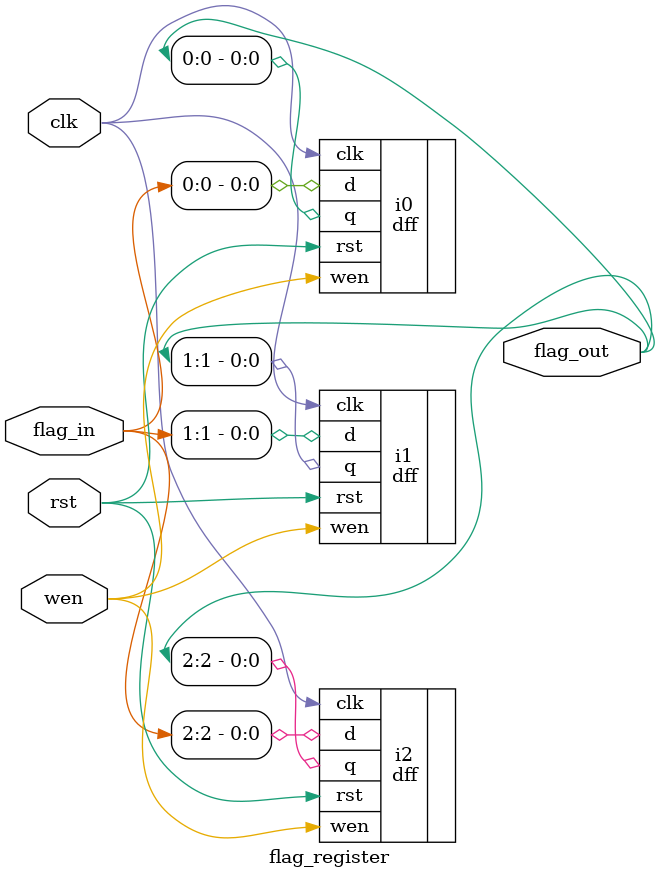
<source format=v>
module flag_register(clk, rst, flag_in, flag_out, wen);

input clk, rst, wen;
input [2:0] flag_in;
output [2:0] flag_out;

// always write enable
dff i0(.q(flag_out[0]), .d(flag_in[0]), .wen(wen), .clk(clk), .rst(rst));
dff i1(.q(flag_out[1]), .d(flag_in[1]), .wen(wen), .clk(clk), .rst(rst));
dff i2(.q(flag_out[2]), .d(flag_in[2]), .wen(wen), .clk(clk), .rst(rst));

endmodule

	
</source>
